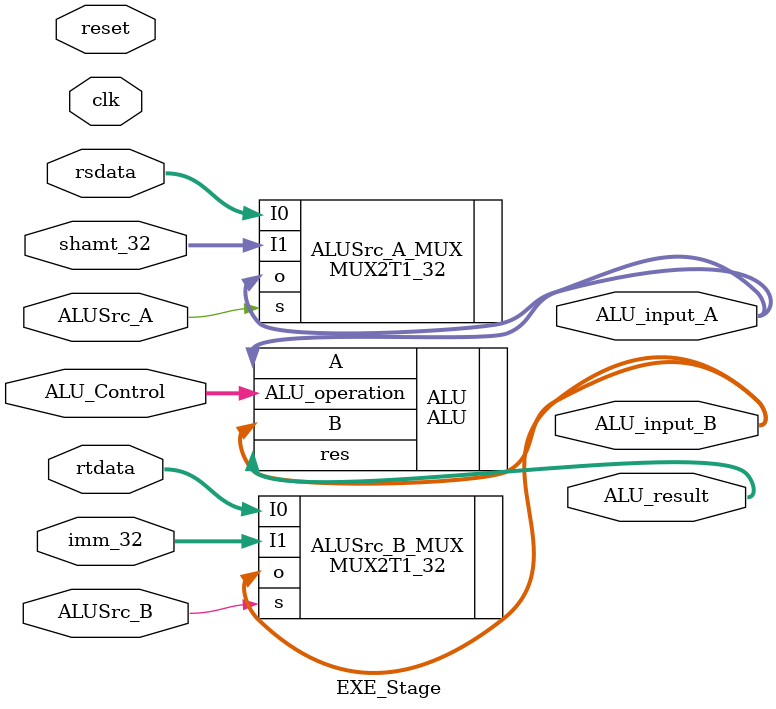
<source format=v>
`timescale 1ns / 1ps
module EXE_Stage(
	input clk,
	input reset,
	
	input [31:0] shamt_32,
	input [31:0] rsdata,
	input [31:0] rtdata,
	input [31:0] imm_32,
	
	input ALUSrc_A,
	input ALUSrc_B,
	input [3:0] ALU_Control,
	
	output [31:0] ALU_result,
	//debug output
	output [31:0] ALU_input_A,
	output [31:0] ALU_input_B
    );
	
	MUX2T1_32 ALUSrc_A_MUX(
		.s(ALUSrc_A),
		.I0(rsdata),
		.I1(shamt_32),
		.o(ALU_input_A)
	);
	
	MUX2T1_32 ALUSrc_B_MUX(
		.s(ALUSrc_B),
		.I0(rtdata),
		.I1(imm_32),
		.o(ALU_input_B)
	);
	
	ALU ALU(
		.ALU_operation(ALU_Control),
		.A(ALU_input_A),
		.B(ALU_input_B),
		.res(ALU_result)
	);


endmodule

</source>
